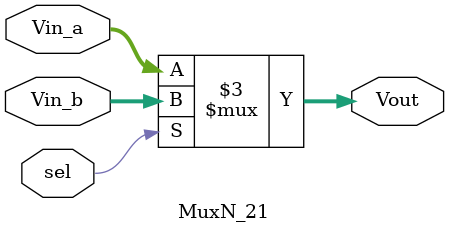
<source format=v>
`timescale 1ns / 1ps


module MuxN_21 #(parameter N = 32) (
        Vin_a,  // sel = 0
        Vin_b,  // sel = 1
        sel,
        Vout
    );
    
    input [N-1:0] Vin_a, Vin_b;
    input sel;
    output [N-1:0] Vout;
    reg [N-1:0] Vout;
    
    always @(Vin_a, Vin_b, sel) begin
        if (sel) 
            Vout <= Vin_b;
        else
            Vout <= Vin_a;
    end
    
endmodule

</source>
